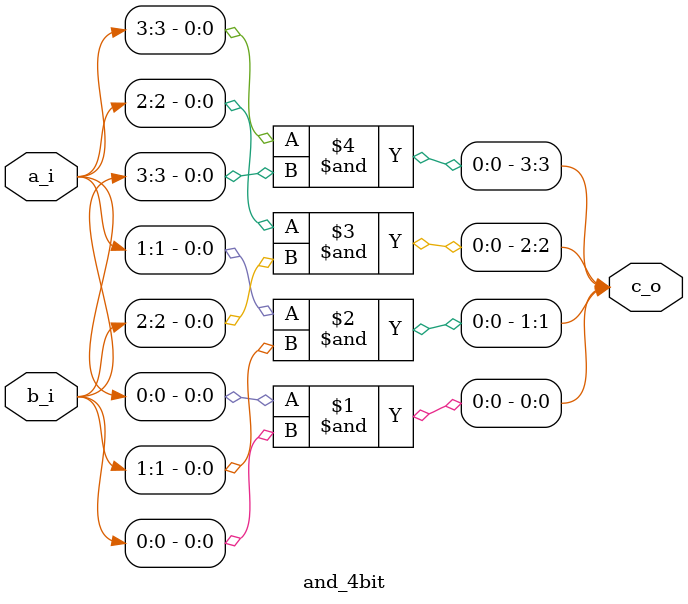
<source format=sv>
module and_4bit(
	input logic [3:0] a_i,
	input logic [3:0] b_i,
	output logic [3:0] c_o
	);

	and(c_o[0], a_i[0], b_i[0]);
	and(c_o[1], a_i[1], b_i[1]);
	and(c_o[2], a_i[2], b_i[2]);
	and(c_o[3], a_i[3], b_i[3]);
	
endmodule

</source>
